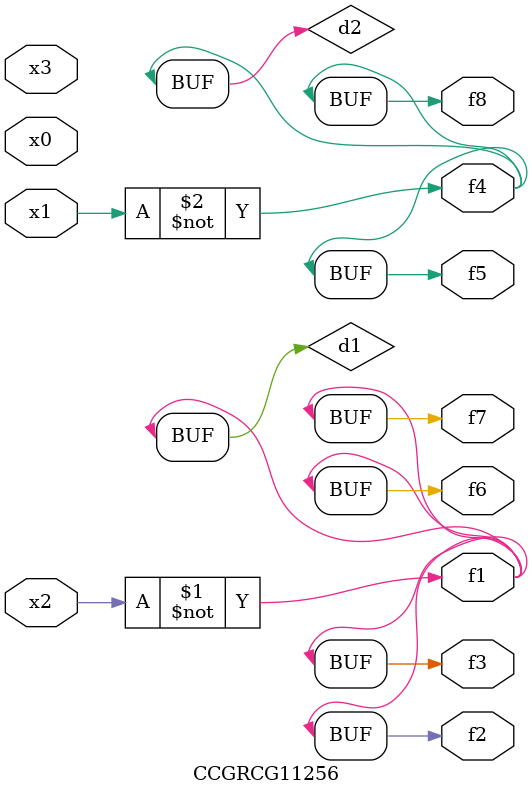
<source format=v>
module CCGRCG11256(
	input x0, x1, x2, x3,
	output f1, f2, f3, f4, f5, f6, f7, f8
);

	wire d1, d2;

	xnor (d1, x2);
	not (d2, x1);
	assign f1 = d1;
	assign f2 = d1;
	assign f3 = d1;
	assign f4 = d2;
	assign f5 = d2;
	assign f6 = d1;
	assign f7 = d1;
	assign f8 = d2;
endmodule

</source>
